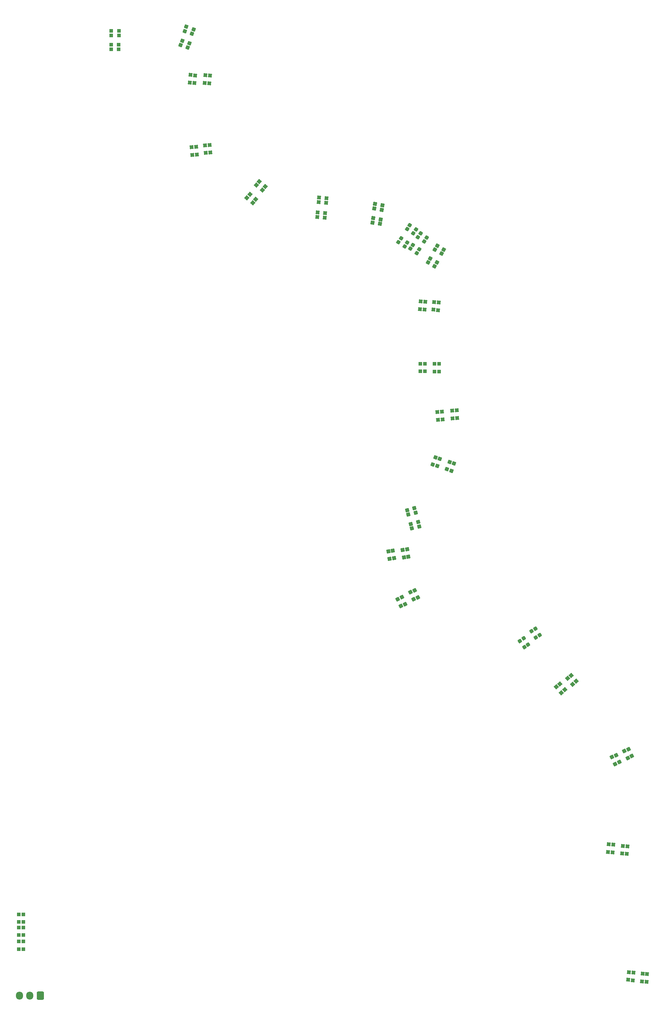
<source format=gbr>
%TF.GenerationSoftware,KiCad,Pcbnew,7.0.8*%
%TF.CreationDate,2025-08-15T10:43:14-07:00*%
%TF.ProjectId,production_red_line,70726f64-7563-4746-996f-6e5f7265645f,rev?*%
%TF.SameCoordinates,Original*%
%TF.FileFunction,Soldermask,Top*%
%TF.FilePolarity,Negative*%
%FSLAX46Y46*%
G04 Gerber Fmt 4.6, Leading zero omitted, Abs format (unit mm)*
G04 Created by KiCad (PCBNEW 7.0.8) date 2025-08-15 10:43:14*
%MOMM*%
%LPD*%
G01*
G04 APERTURE LIST*
G04 Aperture macros list*
%AMRoundRect*
0 Rectangle with rounded corners*
0 $1 Rounding radius*
0 $2 $3 $4 $5 $6 $7 $8 $9 X,Y pos of 4 corners*
0 Add a 4 corners polygon primitive as box body*
4,1,4,$2,$3,$4,$5,$6,$7,$8,$9,$2,$3,0*
0 Add four circle primitives for the rounded corners*
1,1,$1+$1,$2,$3*
1,1,$1+$1,$4,$5*
1,1,$1+$1,$6,$7*
1,1,$1+$1,$8,$9*
0 Add four rect primitives between the rounded corners*
20,1,$1+$1,$2,$3,$4,$5,0*
20,1,$1+$1,$4,$5,$6,$7,0*
20,1,$1+$1,$6,$7,$8,$9,0*
20,1,$1+$1,$8,$9,$2,$3,0*%
G04 Aperture macros list end*
%ADD10RoundRect,0.102000X-0.379173X-0.318164X0.318164X-0.379173X0.379173X0.318164X-0.318164X0.379173X0*%
%ADD11RoundRect,0.102000X-0.448599X-0.209185X0.209185X-0.448599X0.448599X0.209185X-0.209185X0.448599X0*%
%ADD12RoundRect,0.102000X-0.318164X0.379173X-0.379173X-0.318164X0.318164X-0.379173X0.379173X0.318164X0*%
%ADD13RoundRect,0.102000X0.318164X-0.379173X0.379173X0.318164X-0.318164X0.379173X-0.379173X-0.318164X0*%
%ADD14RoundRect,0.102000X-0.487455X0.085951X-0.085951X-0.487455X0.487455X-0.085951X0.085951X0.487455X0*%
%ADD15RoundRect,0.102000X0.465124X-0.169291X0.169291X0.465124X-0.465124X0.169291X-0.169291X-0.465124X0*%
%ADD16RoundRect,0.102000X0.405460X-0.283906X0.283906X0.405460X-0.405460X0.283906X-0.283906X-0.405460X0*%
%ADD17RoundRect,0.102000X-0.350000X0.350000X-0.350000X-0.350000X0.350000X-0.350000X0.350000X0.350000X0*%
%ADD18RoundRect,0.102000X-0.493091X0.043140X-0.043140X-0.493091X0.493091X-0.043140X0.043140X0.493091X0*%
%ADD19RoundRect,0.102000X-0.379173X0.318164X-0.318164X-0.379173X0.379173X-0.318164X0.318164X0.379173X0*%
%ADD20RoundRect,0.102000X0.487455X0.085951X-0.085951X0.487455X-0.487455X-0.085951X0.085951X-0.487455X0*%
%ADD21RoundRect,0.102000X-0.465124X0.169291X-0.169291X-0.465124X0.465124X-0.169291X0.169291X0.465124X0*%
%ADD22RoundRect,0.102000X-0.350000X-0.350000X0.350000X-0.350000X0.350000X0.350000X-0.350000X0.350000X0*%
%ADD23RoundRect,0.102000X0.350000X0.350000X-0.350000X0.350000X-0.350000X-0.350000X0.350000X-0.350000X0*%
%ADD24RoundRect,0.102000X0.478109X0.128109X-0.128109X0.478109X-0.478109X-0.128109X0.128109X-0.478109X0*%
%ADD25RoundRect,0.102000X0.448599X0.209185X-0.209185X0.448599X-0.448599X-0.209185X0.209185X-0.448599X0*%
%ADD26RoundRect,0.102000X0.247487X0.428661X-0.428661X0.247487X-0.247487X-0.428661X0.428661X-0.247487X0*%
%ADD27RoundRect,0.102000X0.379173X-0.318164X0.318164X0.379173X-0.379173X0.318164X-0.318164X-0.379173X0*%
%ADD28RoundRect,0.102000X-0.247487X-0.428661X0.428661X-0.247487X0.247487X0.428661X-0.428661X0.247487X0*%
%ADD29RoundRect,0.102000X0.493091X-0.043140X0.043140X0.493091X-0.493091X0.043140X-0.043140X-0.493091X0*%
%ADD30RoundRect,0.102000X-0.209185X0.448599X-0.448599X-0.209185X0.209185X-0.448599X0.448599X0.209185X0*%
%ADD31RoundRect,0.102000X-0.478109X-0.128109X0.128109X-0.478109X0.478109X0.128109X-0.128109X0.478109X0*%
%ADD32RoundRect,0.250000X0.600000X0.725000X-0.600000X0.725000X-0.600000X-0.725000X0.600000X-0.725000X0*%
%ADD33O,1.700000X1.950000*%
%ADD34RoundRect,0.102000X0.379173X0.318164X-0.318164X0.379173X-0.379173X-0.318164X0.318164X-0.379173X0*%
%ADD35RoundRect,0.102000X-0.493091X-0.043140X0.043140X-0.493091X0.493091X0.043140X-0.043140X0.493091X0*%
%ADD36RoundRect,0.102000X-0.405460X0.283906X-0.283906X-0.405460X0.405460X-0.283906X0.283906X0.405460X0*%
%ADD37RoundRect,0.102000X0.493091X0.043140X-0.043140X0.493091X-0.493091X-0.043140X0.043140X-0.493091X0*%
%ADD38RoundRect,0.102000X-0.487455X-0.085951X0.085951X-0.487455X0.487455X0.085951X-0.085951X0.487455X0*%
%ADD39RoundRect,0.102000X0.487455X-0.085951X0.085951X0.487455X-0.487455X0.085951X-0.085951X-0.487455X0*%
%ADD40RoundRect,0.102000X0.350000X-0.350000X0.350000X0.350000X-0.350000X0.350000X-0.350000X-0.350000X0*%
%ADD41RoundRect,0.102000X0.405460X0.283906X-0.283906X0.405460X-0.405460X-0.283906X0.283906X-0.405460X0*%
%ADD42RoundRect,0.102000X0.209185X-0.448599X0.448599X0.209185X-0.209185X0.448599X-0.448599X-0.209185X0*%
%ADD43RoundRect,0.102000X-0.405460X-0.283906X0.283906X-0.405460X0.405460X0.283906X-0.283906X0.405460X0*%
G04 APERTURE END LIST*
D10*
%TO.C,U14*%
X158440890Y143601723D03*
X158536762Y144697538D03*
X156713726Y144857033D03*
X156617854Y143761218D03*
%TD*%
D11*
%TO.C,U46*%
X126365134Y183970138D03*
X126741356Y185003800D03*
X125021718Y185629696D03*
X124645496Y184596034D03*
%TD*%
D12*
%TO.C,U12*%
X229250513Y-11789157D03*
X230346328Y-11885029D03*
X230505823Y-10061993D03*
X229410008Y-9966121D03*
%TD*%
D13*
%TO.C,U45*%
X182108953Y119940631D03*
X181013138Y120036503D03*
X180853643Y118213467D03*
X181949458Y118117595D03*
%TD*%
D14*
%TO.C,U15*%
X208598780Y39770599D03*
X209499847Y40401533D03*
X208450202Y41900581D03*
X207549135Y41269647D03*
%TD*%
D13*
%TO.C,U35*%
X227069832Y-9684174D03*
X225974017Y-9588302D03*
X225814522Y-11411338D03*
X226910337Y-11507210D03*
%TD*%
D15*
%TO.C,U43*%
X227743421Y11699274D03*
X226746482Y11234394D03*
X227519873Y9575850D03*
X228516812Y10040730D03*
%TD*%
D16*
%TO.C,U9*%
X174390709Y60541537D03*
X173307421Y60350524D03*
X173625197Y58548325D03*
X174708485Y58739338D03*
%TD*%
D17*
%TO.C,U34*%
X184369579Y103293425D03*
X185469579Y103293425D03*
X185469579Y105123425D03*
X184369579Y105123425D03*
%TD*%
D18*
%TO.C,U8*%
X217394262Y28640276D03*
X218236911Y29347343D03*
X217060610Y30749204D03*
X216217961Y30042137D03*
%TD*%
D19*
%TO.C,U27*%
X129670271Y155508258D03*
X130766086Y155604130D03*
X130606591Y157427166D03*
X129510776Y157331294D03*
%TD*%
D20*
%TO.C,U25*%
X179214078Y133547236D03*
X178583144Y132646169D03*
X180082192Y131596524D03*
X180713126Y132497591D03*
%TD*%
D21*
%TO.C,U5*%
X230541267Y11010051D03*
X231538206Y11474931D03*
X230764815Y13133475D03*
X229767876Y12668595D03*
%TD*%
D22*
%TO.C,U41*%
X108884663Y183550673D03*
X108884663Y184650673D03*
X107054663Y184650673D03*
X107054663Y183550673D03*
%TD*%
D23*
%TO.C,U33*%
X107026718Y181353193D03*
X107026718Y180253193D03*
X108856718Y180253193D03*
X108856718Y181353193D03*
%TD*%
D24*
%TO.C,U37*%
X183351184Y130290298D03*
X182801184Y129337670D03*
X184386010Y128422670D03*
X184936010Y129375298D03*
%TD*%
D12*
%TO.C,U22*%
X233929846Y-42327883D03*
X235025661Y-42423755D03*
X235185156Y-40600719D03*
X234089341Y-40504847D03*
%TD*%
D25*
%TO.C,U26*%
X124028647Y182303978D03*
X123652425Y181270316D03*
X125372063Y180644420D03*
X125748285Y181678082D03*
%TD*%
D26*
%TO.C,U39*%
X178661934Y66884793D03*
X178946635Y65822274D03*
X180714280Y66295913D03*
X180429579Y67358432D03*
%TD*%
D12*
%TO.C,U28*%
X184125868Y118064730D03*
X185221683Y117968858D03*
X185381178Y119791894D03*
X184285363Y119887766D03*
%TD*%
D21*
%TO.C,U21*%
X179353033Y48927730D03*
X180349972Y49392610D03*
X179576581Y51051154D03*
X178579642Y50586274D03*
%TD*%
D27*
%TO.C,U32*%
X186126014Y93719866D03*
X185030199Y93623994D03*
X185189694Y91800958D03*
X186285509Y91896830D03*
%TD*%
D28*
%TO.C,U16*%
X179843427Y69605153D03*
X179558726Y70667672D03*
X177791081Y70194033D03*
X178075782Y69131514D03*
%TD*%
D29*
%TO.C,U44*%
X214325079Y28708282D03*
X213482430Y28001215D03*
X214658731Y26599354D03*
X215501380Y27306421D03*
%TD*%
D30*
%TO.C,U47*%
X187343822Y79975991D03*
X188377484Y79599769D03*
X189003380Y81319407D03*
X187969718Y81695629D03*
%TD*%
D13*
%TO.C,U18*%
X127099202Y174016786D03*
X126003387Y174112658D03*
X125843892Y172289622D03*
X126939707Y172193750D03*
%TD*%
D31*
%TO.C,U20*%
X186022143Y131471032D03*
X186572143Y132423660D03*
X184987317Y133338660D03*
X184437317Y132386032D03*
%TD*%
D32*
%TO.C,J4*%
X90094566Y-45702563D03*
D33*
X87594566Y-45702563D03*
X85094566Y-45702563D03*
%TD*%
D13*
%TO.C,U30*%
X231949152Y-40231133D03*
X230853337Y-40135261D03*
X230693842Y-41958297D03*
X231789657Y-42054169D03*
%TD*%
D34*
%TO.C,U6*%
X156393942Y141301624D03*
X156298070Y140205809D03*
X158121106Y140046314D03*
X158216978Y141142129D03*
%TD*%
D19*
%TO.C,U42*%
X188700036Y92131955D03*
X189795851Y92227827D03*
X189636356Y94050863D03*
X188540541Y93954991D03*
%TD*%
D17*
%TO.C,U23*%
X84950000Y-31286457D03*
X86050000Y-31286457D03*
X86050000Y-29456457D03*
X84950000Y-29456457D03*
%TD*%
D27*
%TO.C,U10*%
X127337027Y156967383D03*
X126241212Y156871511D03*
X126400707Y155048475D03*
X127496522Y155144347D03*
%TD*%
D35*
%TO.C,U19*%
X143170002Y146625091D03*
X143877069Y147467740D03*
X142475208Y148644041D03*
X141768141Y147801392D03*
%TD*%
D36*
%TO.C,U29*%
X177030759Y58913508D03*
X178114047Y59104521D03*
X177796271Y60906720D03*
X176712983Y60715707D03*
%TD*%
D37*
%TO.C,U3*%
X140209021Y145616347D03*
X139501954Y144773698D03*
X140903815Y143597397D03*
X141610882Y144440046D03*
%TD*%
D20*
%TO.C,U17*%
X176366120Y135114177D03*
X175735186Y134213110D03*
X177234234Y133163465D03*
X177865168Y134064532D03*
%TD*%
D38*
%TO.C,U11*%
X181880910Y134357347D03*
X182511844Y135258414D03*
X181012796Y136308059D03*
X180381862Y135406992D03*
%TD*%
D39*
%TO.C,U36*%
X205668119Y39611158D03*
X204767052Y38980224D03*
X205816697Y37481176D03*
X206717764Y38112110D03*
%TD*%
D38*
%TO.C,U4*%
X179283936Y136300763D03*
X179914870Y137201830D03*
X178415822Y138251475D03*
X177784888Y137350408D03*
%TD*%
D40*
%TO.C,U40*%
X182098196Y105173004D03*
X180998196Y105173004D03*
X180998196Y103343004D03*
X182098196Y103343004D03*
%TD*%
D17*
%TO.C,U48*%
X84950000Y-34621772D03*
X86050000Y-34621772D03*
X86050000Y-32791772D03*
X84950000Y-32791772D03*
%TD*%
D15*
%TO.C,U2*%
X176547652Y49425137D03*
X175550713Y48960257D03*
X176324104Y47301713D03*
X177321043Y47766593D03*
%TD*%
D41*
%TO.C,U13*%
X169697383Y139952063D03*
X169506370Y138868775D03*
X171308569Y138550999D03*
X171499582Y139634287D03*
%TD*%
D42*
%TO.C,U24*%
X185619380Y82457563D03*
X184585718Y82833785D03*
X183959822Y81114147D03*
X184993484Y80737925D03*
%TD*%
D12*
%TO.C,U38*%
X129416176Y172224706D03*
X130511991Y172128834D03*
X130671486Y173951870D03*
X129575671Y174047742D03*
%TD*%
D17*
%TO.C,U31*%
X84950000Y-28147459D03*
X86050000Y-28147459D03*
X86050000Y-26317459D03*
X84950000Y-26317459D03*
%TD*%
D43*
%TO.C,U7*%
X171716064Y141928692D03*
X171907077Y143011980D03*
X170104878Y143329756D03*
X169913865Y142246468D03*
%TD*%
M02*

</source>
